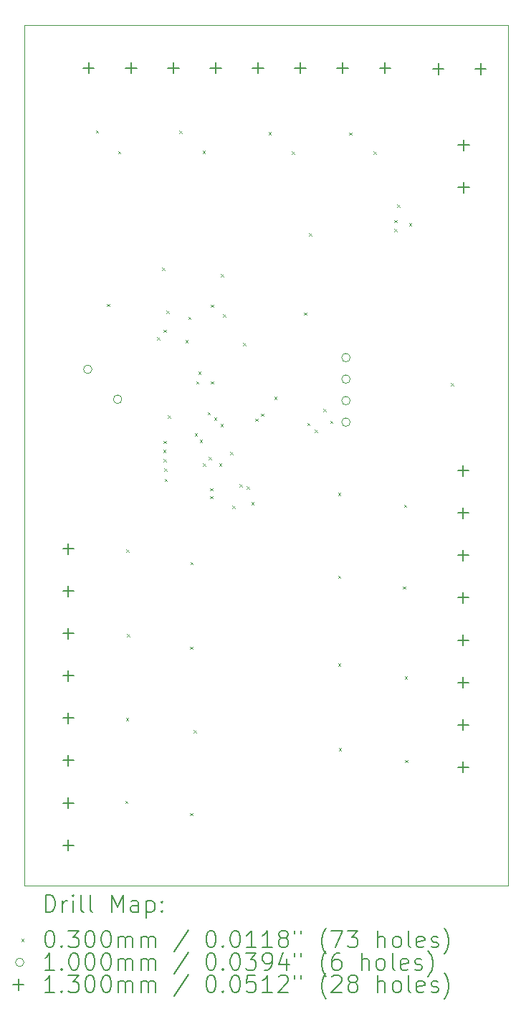
<source format=gbr>
%TF.GenerationSoftware,KiCad,Pcbnew,(6.0.7)*%
%TF.CreationDate,2023-04-24T09:07:53-07:00*%
%TF.ProjectId,OBC-Attempt-2,4f42432d-4174-4746-956d-70742d322e6b,rev?*%
%TF.SameCoordinates,Original*%
%TF.FileFunction,Drillmap*%
%TF.FilePolarity,Positive*%
%FSLAX45Y45*%
G04 Gerber Fmt 4.5, Leading zero omitted, Abs format (unit mm)*
G04 Created by KiCad (PCBNEW (6.0.7)) date 2023-04-24 09:07:53*
%MOMM*%
%LPD*%
G01*
G04 APERTURE LIST*
%ADD10C,0.100000*%
%ADD11C,0.200000*%
%ADD12C,0.030000*%
%ADD13C,0.130000*%
G04 APERTURE END LIST*
D10*
X2540000Y-2540000D02*
X8255000Y-2540000D01*
X8255000Y-2540000D02*
X8255000Y-12700000D01*
X8255000Y-12700000D02*
X2540000Y-12700000D01*
X2540000Y-12700000D02*
X2540000Y-2540000D01*
D11*
D12*
X3385920Y-3785000D02*
X3415920Y-3815000D01*
X3415920Y-3785000D02*
X3385920Y-3815000D01*
X3516340Y-5834040D02*
X3546340Y-5864040D01*
X3546340Y-5834040D02*
X3516340Y-5864040D01*
X3647540Y-4031380D02*
X3677540Y-4061380D01*
X3677540Y-4031380D02*
X3647540Y-4061380D01*
X3731340Y-11701040D02*
X3761340Y-11731040D01*
X3761340Y-11701040D02*
X3731340Y-11731040D01*
X3739340Y-10724040D02*
X3769340Y-10754040D01*
X3769340Y-10724040D02*
X3739340Y-10754040D01*
X3743340Y-8736040D02*
X3773340Y-8766040D01*
X3773340Y-8736040D02*
X3743340Y-8766040D01*
X3751340Y-9735040D02*
X3781340Y-9765040D01*
X3781340Y-9735040D02*
X3751340Y-9765040D01*
X4110000Y-6229000D02*
X4140000Y-6259000D01*
X4140000Y-6229000D02*
X4110000Y-6259000D01*
X4167900Y-5406240D02*
X4197900Y-5436240D01*
X4197900Y-5406240D02*
X4167900Y-5436240D01*
X4180660Y-7558980D02*
X4210660Y-7588980D01*
X4210660Y-7558980D02*
X4180660Y-7588980D01*
X4183160Y-7668980D02*
X4213160Y-7698980D01*
X4213160Y-7668980D02*
X4183160Y-7698980D01*
X4185660Y-7451480D02*
X4215660Y-7481480D01*
X4215660Y-7451480D02*
X4185660Y-7481480D01*
X4185680Y-6137760D02*
X4215680Y-6167760D01*
X4215680Y-6137760D02*
X4185680Y-6167760D01*
X4190660Y-7778980D02*
X4220660Y-7808980D01*
X4220660Y-7778980D02*
X4190660Y-7808980D01*
X4195660Y-7901480D02*
X4225660Y-7931480D01*
X4225660Y-7901480D02*
X4195660Y-7931480D01*
X4218700Y-5916780D02*
X4248700Y-5946780D01*
X4248700Y-5916780D02*
X4218700Y-5946780D01*
X4233160Y-7151480D02*
X4263160Y-7181480D01*
X4263160Y-7151480D02*
X4233160Y-7181480D01*
X4371440Y-3790080D02*
X4401440Y-3820080D01*
X4401440Y-3790080D02*
X4371440Y-3820080D01*
X4442220Y-6262220D02*
X4472220Y-6292220D01*
X4472220Y-6262220D02*
X4442220Y-6292220D01*
X4475240Y-5987900D02*
X4505240Y-6017900D01*
X4505240Y-5987900D02*
X4475240Y-6017900D01*
X4496340Y-9880040D02*
X4526340Y-9910040D01*
X4526340Y-9880040D02*
X4496340Y-9910040D01*
X4498340Y-11847040D02*
X4528340Y-11877040D01*
X4528340Y-11847040D02*
X4498340Y-11877040D01*
X4502340Y-8883040D02*
X4532340Y-8913040D01*
X4532340Y-8883040D02*
X4502340Y-8913040D01*
X4538340Y-10867040D02*
X4568340Y-10897040D01*
X4568340Y-10867040D02*
X4538340Y-10897040D01*
X4553310Y-7363980D02*
X4583310Y-7393980D01*
X4583310Y-7363980D02*
X4553310Y-7393980D01*
X4570340Y-6749040D02*
X4600340Y-6779040D01*
X4600340Y-6749040D02*
X4570340Y-6779040D01*
X4595916Y-6634519D02*
X4625916Y-6664519D01*
X4625916Y-6634519D02*
X4595916Y-6664519D01*
X4613160Y-7438980D02*
X4643160Y-7468980D01*
X4643160Y-7438980D02*
X4613160Y-7468980D01*
X4645760Y-4026300D02*
X4675760Y-4056300D01*
X4675760Y-4026300D02*
X4645760Y-4056300D01*
X4648160Y-7716480D02*
X4678160Y-7746480D01*
X4678160Y-7716480D02*
X4648160Y-7746480D01*
X4703160Y-7111480D02*
X4733160Y-7141480D01*
X4733160Y-7111480D02*
X4703160Y-7141480D01*
X4715660Y-7641480D02*
X4745660Y-7671480D01*
X4745660Y-7641480D02*
X4715660Y-7671480D01*
X4733160Y-8008830D02*
X4763160Y-8038830D01*
X4763160Y-8008830D02*
X4733160Y-8038830D01*
X4733160Y-8103980D02*
X4763160Y-8133980D01*
X4763160Y-8103980D02*
X4733160Y-8133980D01*
X4741340Y-6750040D02*
X4771340Y-6780040D01*
X4771340Y-6750040D02*
X4741340Y-6780040D01*
X4741940Y-5843120D02*
X4771940Y-5873120D01*
X4771940Y-5843120D02*
X4741940Y-5873120D01*
X4780660Y-7176480D02*
X4810660Y-7206480D01*
X4810660Y-7176480D02*
X4780660Y-7206480D01*
X4840660Y-7718980D02*
X4870660Y-7748980D01*
X4870660Y-7718980D02*
X4840660Y-7748980D01*
X4858160Y-7251480D02*
X4888160Y-7281480D01*
X4888160Y-7251480D02*
X4858160Y-7281480D01*
X4861320Y-5482440D02*
X4891320Y-5512440D01*
X4891320Y-5482440D02*
X4861320Y-5512440D01*
X4889260Y-5957420D02*
X4919260Y-5987420D01*
X4919260Y-5957420D02*
X4889260Y-5987420D01*
X4970660Y-7583980D02*
X5000660Y-7613980D01*
X5000660Y-7583980D02*
X4970660Y-7613980D01*
X4995660Y-8218980D02*
X5025660Y-8248980D01*
X5025660Y-8218980D02*
X4995660Y-8248980D01*
X5080660Y-7963980D02*
X5110660Y-7993980D01*
X5110660Y-7963980D02*
X5080660Y-7993980D01*
X5125420Y-6295180D02*
X5155420Y-6325180D01*
X5155420Y-6295180D02*
X5125420Y-6325180D01*
X5165208Y-7990358D02*
X5195208Y-8020358D01*
X5195208Y-7990358D02*
X5165208Y-8020358D01*
X5220660Y-8173980D02*
X5250660Y-8203980D01*
X5250660Y-8173980D02*
X5220660Y-8203980D01*
X5268160Y-7188980D02*
X5298160Y-7218980D01*
X5298160Y-7188980D02*
X5268160Y-7218980D01*
X5335660Y-7128980D02*
X5365660Y-7158980D01*
X5365660Y-7128980D02*
X5335660Y-7158980D01*
X5425540Y-3805320D02*
X5455540Y-3835320D01*
X5455540Y-3805320D02*
X5425540Y-3835320D01*
X5493720Y-6932720D02*
X5523720Y-6962720D01*
X5523720Y-6932720D02*
X5493720Y-6962720D01*
X5699860Y-4033920D02*
X5729860Y-4063920D01*
X5729860Y-4033920D02*
X5699860Y-4063920D01*
X5844300Y-5937100D02*
X5874300Y-5967100D01*
X5874300Y-5937100D02*
X5844300Y-5967100D01*
X5880660Y-7241480D02*
X5910660Y-7271480D01*
X5910660Y-7241480D02*
X5880660Y-7271480D01*
X5905000Y-5000000D02*
X5935000Y-5030000D01*
X5935000Y-5000000D02*
X5905000Y-5030000D01*
X5970660Y-7318980D02*
X6000660Y-7348980D01*
X6000660Y-7318980D02*
X5970660Y-7348980D01*
X6072340Y-7073040D02*
X6102340Y-7103040D01*
X6102340Y-7073040D02*
X6072340Y-7103040D01*
X6151340Y-7216040D02*
X6181340Y-7246040D01*
X6181340Y-7216040D02*
X6151340Y-7246040D01*
X6244340Y-10083040D02*
X6274340Y-10113040D01*
X6274340Y-10083040D02*
X6244340Y-10113040D01*
X6244340Y-8064040D02*
X6274340Y-8094040D01*
X6274340Y-8064040D02*
X6244340Y-8094040D01*
X6245340Y-9042040D02*
X6275340Y-9072040D01*
X6275340Y-9042040D02*
X6245340Y-9072040D01*
X6255340Y-11081040D02*
X6285340Y-11111040D01*
X6285340Y-11081040D02*
X6255340Y-11111040D01*
X6375500Y-3812940D02*
X6405500Y-3842940D01*
X6405500Y-3812940D02*
X6375500Y-3842940D01*
X6665060Y-4036460D02*
X6695060Y-4066460D01*
X6695060Y-4036460D02*
X6665060Y-4066460D01*
X6910000Y-4846000D02*
X6940000Y-4876000D01*
X6940000Y-4846000D02*
X6910000Y-4876000D01*
X6911000Y-4949000D02*
X6941000Y-4979000D01*
X6941000Y-4949000D02*
X6911000Y-4979000D01*
X6942560Y-4660840D02*
X6972560Y-4690840D01*
X6972560Y-4660840D02*
X6942560Y-4690840D01*
X7011340Y-9172040D02*
X7041340Y-9202040D01*
X7041340Y-9172040D02*
X7011340Y-9202040D01*
X7026340Y-8204040D02*
X7056340Y-8234040D01*
X7056340Y-8204040D02*
X7026340Y-8234040D01*
X7032340Y-10231040D02*
X7062340Y-10261040D01*
X7062340Y-10231040D02*
X7032340Y-10261040D01*
X7038340Y-11218040D02*
X7068340Y-11248040D01*
X7068340Y-11218040D02*
X7038340Y-11248040D01*
X7083000Y-4880000D02*
X7113000Y-4910000D01*
X7113000Y-4880000D02*
X7083000Y-4910000D01*
X7581660Y-6770220D02*
X7611660Y-6800220D01*
X7611660Y-6770220D02*
X7581660Y-6800220D01*
D10*
X3338147Y-6607147D02*
G75*
G03*
X3338147Y-6607147I-50000J0D01*
G01*
X3691701Y-6960701D02*
G75*
G03*
X3691701Y-6960701I-50000J0D01*
G01*
X6389360Y-6469260D02*
G75*
G03*
X6389360Y-6469260I-50000J0D01*
G01*
X6389360Y-6723260D02*
G75*
G03*
X6389360Y-6723260I-50000J0D01*
G01*
X6389360Y-6977260D02*
G75*
G03*
X6389360Y-6977260I-50000J0D01*
G01*
X6389360Y-7231260D02*
G75*
G03*
X6389360Y-7231260I-50000J0D01*
G01*
D13*
X3057840Y-8661040D02*
X3057840Y-8791040D01*
X2992840Y-8726040D02*
X3122840Y-8726040D01*
X3057840Y-9161040D02*
X3057840Y-9291040D01*
X2992840Y-9226040D02*
X3122840Y-9226040D01*
X3057840Y-9661040D02*
X3057840Y-9791040D01*
X2992840Y-9726040D02*
X3122840Y-9726040D01*
X3057840Y-10161040D02*
X3057840Y-10291040D01*
X2992840Y-10226040D02*
X3122840Y-10226040D01*
X3057840Y-10661040D02*
X3057840Y-10791040D01*
X2992840Y-10726040D02*
X3122840Y-10726040D01*
X3057840Y-11161040D02*
X3057840Y-11291040D01*
X2992840Y-11226040D02*
X3122840Y-11226040D01*
X3057840Y-11661040D02*
X3057840Y-11791040D01*
X2992840Y-11726040D02*
X3122840Y-11726040D01*
X3057840Y-12161040D02*
X3057840Y-12291040D01*
X2992840Y-12226040D02*
X3122840Y-12226040D01*
X3300000Y-2984500D02*
X3300000Y-3114500D01*
X3235000Y-3049500D02*
X3365000Y-3049500D01*
X3800000Y-2984500D02*
X3800000Y-3114500D01*
X3735000Y-3049500D02*
X3865000Y-3049500D01*
X4300000Y-2984500D02*
X4300000Y-3114500D01*
X4235000Y-3049500D02*
X4365000Y-3049500D01*
X4800000Y-2984500D02*
X4800000Y-3114500D01*
X4735000Y-3049500D02*
X4865000Y-3049500D01*
X5300000Y-2984500D02*
X5300000Y-3114500D01*
X5235000Y-3049500D02*
X5365000Y-3049500D01*
X5800000Y-2984500D02*
X5800000Y-3114500D01*
X5735000Y-3049500D02*
X5865000Y-3049500D01*
X6300000Y-2984500D02*
X6300000Y-3114500D01*
X6235000Y-3049500D02*
X6365000Y-3049500D01*
X6800000Y-2984500D02*
X6800000Y-3114500D01*
X6735000Y-3049500D02*
X6865000Y-3049500D01*
X7430000Y-2995000D02*
X7430000Y-3125000D01*
X7365000Y-3060000D02*
X7495000Y-3060000D01*
X7724340Y-7739040D02*
X7724340Y-7869040D01*
X7659340Y-7804040D02*
X7789340Y-7804040D01*
X7724340Y-8239040D02*
X7724340Y-8369040D01*
X7659340Y-8304040D02*
X7789340Y-8304040D01*
X7724340Y-8739040D02*
X7724340Y-8869040D01*
X7659340Y-8804040D02*
X7789340Y-8804040D01*
X7724340Y-9239040D02*
X7724340Y-9369040D01*
X7659340Y-9304040D02*
X7789340Y-9304040D01*
X7724340Y-9739040D02*
X7724340Y-9869040D01*
X7659340Y-9804040D02*
X7789340Y-9804040D01*
X7724340Y-10239040D02*
X7724340Y-10369040D01*
X7659340Y-10304040D02*
X7789340Y-10304040D01*
X7724340Y-10739040D02*
X7724340Y-10869040D01*
X7659340Y-10804040D02*
X7789340Y-10804040D01*
X7724340Y-11239040D02*
X7724340Y-11369040D01*
X7659340Y-11304040D02*
X7789340Y-11304040D01*
X7730500Y-3895000D02*
X7730500Y-4025000D01*
X7665500Y-3960000D02*
X7795500Y-3960000D01*
X7730500Y-4395000D02*
X7730500Y-4525000D01*
X7665500Y-4460000D02*
X7795500Y-4460000D01*
X7930000Y-2995000D02*
X7930000Y-3125000D01*
X7865000Y-3060000D02*
X7995000Y-3060000D01*
D11*
X2792619Y-13015476D02*
X2792619Y-12815476D01*
X2840238Y-12815476D01*
X2868809Y-12825000D01*
X2887857Y-12844048D01*
X2897381Y-12863095D01*
X2906905Y-12901190D01*
X2906905Y-12929762D01*
X2897381Y-12967857D01*
X2887857Y-12986905D01*
X2868809Y-13005952D01*
X2840238Y-13015476D01*
X2792619Y-13015476D01*
X2992619Y-13015476D02*
X2992619Y-12882143D01*
X2992619Y-12920238D02*
X3002143Y-12901190D01*
X3011667Y-12891667D01*
X3030714Y-12882143D01*
X3049762Y-12882143D01*
X3116428Y-13015476D02*
X3116428Y-12882143D01*
X3116428Y-12815476D02*
X3106905Y-12825000D01*
X3116428Y-12834524D01*
X3125952Y-12825000D01*
X3116428Y-12815476D01*
X3116428Y-12834524D01*
X3240238Y-13015476D02*
X3221190Y-13005952D01*
X3211667Y-12986905D01*
X3211667Y-12815476D01*
X3345000Y-13015476D02*
X3325952Y-13005952D01*
X3316428Y-12986905D01*
X3316428Y-12815476D01*
X3573571Y-13015476D02*
X3573571Y-12815476D01*
X3640238Y-12958333D01*
X3706905Y-12815476D01*
X3706905Y-13015476D01*
X3887857Y-13015476D02*
X3887857Y-12910714D01*
X3878333Y-12891667D01*
X3859286Y-12882143D01*
X3821190Y-12882143D01*
X3802143Y-12891667D01*
X3887857Y-13005952D02*
X3868809Y-13015476D01*
X3821190Y-13015476D01*
X3802143Y-13005952D01*
X3792619Y-12986905D01*
X3792619Y-12967857D01*
X3802143Y-12948809D01*
X3821190Y-12939286D01*
X3868809Y-12939286D01*
X3887857Y-12929762D01*
X3983095Y-12882143D02*
X3983095Y-13082143D01*
X3983095Y-12891667D02*
X4002143Y-12882143D01*
X4040238Y-12882143D01*
X4059286Y-12891667D01*
X4068809Y-12901190D01*
X4078333Y-12920238D01*
X4078333Y-12977381D01*
X4068809Y-12996428D01*
X4059286Y-13005952D01*
X4040238Y-13015476D01*
X4002143Y-13015476D01*
X3983095Y-13005952D01*
X4164048Y-12996428D02*
X4173571Y-13005952D01*
X4164048Y-13015476D01*
X4154524Y-13005952D01*
X4164048Y-12996428D01*
X4164048Y-13015476D01*
X4164048Y-12891667D02*
X4173571Y-12901190D01*
X4164048Y-12910714D01*
X4154524Y-12901190D01*
X4164048Y-12891667D01*
X4164048Y-12910714D01*
D12*
X2505000Y-13330000D02*
X2535000Y-13360000D01*
X2535000Y-13330000D02*
X2505000Y-13360000D01*
D11*
X2830714Y-13235476D02*
X2849762Y-13235476D01*
X2868809Y-13245000D01*
X2878333Y-13254524D01*
X2887857Y-13273571D01*
X2897381Y-13311667D01*
X2897381Y-13359286D01*
X2887857Y-13397381D01*
X2878333Y-13416428D01*
X2868809Y-13425952D01*
X2849762Y-13435476D01*
X2830714Y-13435476D01*
X2811667Y-13425952D01*
X2802143Y-13416428D01*
X2792619Y-13397381D01*
X2783095Y-13359286D01*
X2783095Y-13311667D01*
X2792619Y-13273571D01*
X2802143Y-13254524D01*
X2811667Y-13245000D01*
X2830714Y-13235476D01*
X2983095Y-13416428D02*
X2992619Y-13425952D01*
X2983095Y-13435476D01*
X2973571Y-13425952D01*
X2983095Y-13416428D01*
X2983095Y-13435476D01*
X3059286Y-13235476D02*
X3183095Y-13235476D01*
X3116428Y-13311667D01*
X3145000Y-13311667D01*
X3164048Y-13321190D01*
X3173571Y-13330714D01*
X3183095Y-13349762D01*
X3183095Y-13397381D01*
X3173571Y-13416428D01*
X3164048Y-13425952D01*
X3145000Y-13435476D01*
X3087857Y-13435476D01*
X3068809Y-13425952D01*
X3059286Y-13416428D01*
X3306905Y-13235476D02*
X3325952Y-13235476D01*
X3345000Y-13245000D01*
X3354524Y-13254524D01*
X3364048Y-13273571D01*
X3373571Y-13311667D01*
X3373571Y-13359286D01*
X3364048Y-13397381D01*
X3354524Y-13416428D01*
X3345000Y-13425952D01*
X3325952Y-13435476D01*
X3306905Y-13435476D01*
X3287857Y-13425952D01*
X3278333Y-13416428D01*
X3268809Y-13397381D01*
X3259286Y-13359286D01*
X3259286Y-13311667D01*
X3268809Y-13273571D01*
X3278333Y-13254524D01*
X3287857Y-13245000D01*
X3306905Y-13235476D01*
X3497381Y-13235476D02*
X3516428Y-13235476D01*
X3535476Y-13245000D01*
X3545000Y-13254524D01*
X3554524Y-13273571D01*
X3564048Y-13311667D01*
X3564048Y-13359286D01*
X3554524Y-13397381D01*
X3545000Y-13416428D01*
X3535476Y-13425952D01*
X3516428Y-13435476D01*
X3497381Y-13435476D01*
X3478333Y-13425952D01*
X3468809Y-13416428D01*
X3459286Y-13397381D01*
X3449762Y-13359286D01*
X3449762Y-13311667D01*
X3459286Y-13273571D01*
X3468809Y-13254524D01*
X3478333Y-13245000D01*
X3497381Y-13235476D01*
X3649762Y-13435476D02*
X3649762Y-13302143D01*
X3649762Y-13321190D02*
X3659286Y-13311667D01*
X3678333Y-13302143D01*
X3706905Y-13302143D01*
X3725952Y-13311667D01*
X3735476Y-13330714D01*
X3735476Y-13435476D01*
X3735476Y-13330714D02*
X3745000Y-13311667D01*
X3764048Y-13302143D01*
X3792619Y-13302143D01*
X3811667Y-13311667D01*
X3821190Y-13330714D01*
X3821190Y-13435476D01*
X3916428Y-13435476D02*
X3916428Y-13302143D01*
X3916428Y-13321190D02*
X3925952Y-13311667D01*
X3945000Y-13302143D01*
X3973571Y-13302143D01*
X3992619Y-13311667D01*
X4002143Y-13330714D01*
X4002143Y-13435476D01*
X4002143Y-13330714D02*
X4011667Y-13311667D01*
X4030714Y-13302143D01*
X4059286Y-13302143D01*
X4078333Y-13311667D01*
X4087857Y-13330714D01*
X4087857Y-13435476D01*
X4478333Y-13225952D02*
X4306905Y-13483095D01*
X4735476Y-13235476D02*
X4754524Y-13235476D01*
X4773571Y-13245000D01*
X4783095Y-13254524D01*
X4792619Y-13273571D01*
X4802143Y-13311667D01*
X4802143Y-13359286D01*
X4792619Y-13397381D01*
X4783095Y-13416428D01*
X4773571Y-13425952D01*
X4754524Y-13435476D01*
X4735476Y-13435476D01*
X4716429Y-13425952D01*
X4706905Y-13416428D01*
X4697381Y-13397381D01*
X4687857Y-13359286D01*
X4687857Y-13311667D01*
X4697381Y-13273571D01*
X4706905Y-13254524D01*
X4716429Y-13245000D01*
X4735476Y-13235476D01*
X4887857Y-13416428D02*
X4897381Y-13425952D01*
X4887857Y-13435476D01*
X4878333Y-13425952D01*
X4887857Y-13416428D01*
X4887857Y-13435476D01*
X5021190Y-13235476D02*
X5040238Y-13235476D01*
X5059286Y-13245000D01*
X5068810Y-13254524D01*
X5078333Y-13273571D01*
X5087857Y-13311667D01*
X5087857Y-13359286D01*
X5078333Y-13397381D01*
X5068810Y-13416428D01*
X5059286Y-13425952D01*
X5040238Y-13435476D01*
X5021190Y-13435476D01*
X5002143Y-13425952D01*
X4992619Y-13416428D01*
X4983095Y-13397381D01*
X4973571Y-13359286D01*
X4973571Y-13311667D01*
X4983095Y-13273571D01*
X4992619Y-13254524D01*
X5002143Y-13245000D01*
X5021190Y-13235476D01*
X5278333Y-13435476D02*
X5164048Y-13435476D01*
X5221190Y-13435476D02*
X5221190Y-13235476D01*
X5202143Y-13264048D01*
X5183095Y-13283095D01*
X5164048Y-13292619D01*
X5468810Y-13435476D02*
X5354524Y-13435476D01*
X5411667Y-13435476D02*
X5411667Y-13235476D01*
X5392619Y-13264048D01*
X5373571Y-13283095D01*
X5354524Y-13292619D01*
X5583095Y-13321190D02*
X5564048Y-13311667D01*
X5554524Y-13302143D01*
X5545000Y-13283095D01*
X5545000Y-13273571D01*
X5554524Y-13254524D01*
X5564048Y-13245000D01*
X5583095Y-13235476D01*
X5621190Y-13235476D01*
X5640238Y-13245000D01*
X5649762Y-13254524D01*
X5659286Y-13273571D01*
X5659286Y-13283095D01*
X5649762Y-13302143D01*
X5640238Y-13311667D01*
X5621190Y-13321190D01*
X5583095Y-13321190D01*
X5564048Y-13330714D01*
X5554524Y-13340238D01*
X5545000Y-13359286D01*
X5545000Y-13397381D01*
X5554524Y-13416428D01*
X5564048Y-13425952D01*
X5583095Y-13435476D01*
X5621190Y-13435476D01*
X5640238Y-13425952D01*
X5649762Y-13416428D01*
X5659286Y-13397381D01*
X5659286Y-13359286D01*
X5649762Y-13340238D01*
X5640238Y-13330714D01*
X5621190Y-13321190D01*
X5735476Y-13235476D02*
X5735476Y-13273571D01*
X5811667Y-13235476D02*
X5811667Y-13273571D01*
X6106905Y-13511667D02*
X6097381Y-13502143D01*
X6078333Y-13473571D01*
X6068809Y-13454524D01*
X6059286Y-13425952D01*
X6049762Y-13378333D01*
X6049762Y-13340238D01*
X6059286Y-13292619D01*
X6068809Y-13264048D01*
X6078333Y-13245000D01*
X6097381Y-13216428D01*
X6106905Y-13206905D01*
X6164048Y-13235476D02*
X6297381Y-13235476D01*
X6211667Y-13435476D01*
X6354524Y-13235476D02*
X6478333Y-13235476D01*
X6411667Y-13311667D01*
X6440238Y-13311667D01*
X6459286Y-13321190D01*
X6468809Y-13330714D01*
X6478333Y-13349762D01*
X6478333Y-13397381D01*
X6468809Y-13416428D01*
X6459286Y-13425952D01*
X6440238Y-13435476D01*
X6383095Y-13435476D01*
X6364048Y-13425952D01*
X6354524Y-13416428D01*
X6716428Y-13435476D02*
X6716428Y-13235476D01*
X6802143Y-13435476D02*
X6802143Y-13330714D01*
X6792619Y-13311667D01*
X6773571Y-13302143D01*
X6745000Y-13302143D01*
X6725952Y-13311667D01*
X6716428Y-13321190D01*
X6925952Y-13435476D02*
X6906905Y-13425952D01*
X6897381Y-13416428D01*
X6887857Y-13397381D01*
X6887857Y-13340238D01*
X6897381Y-13321190D01*
X6906905Y-13311667D01*
X6925952Y-13302143D01*
X6954524Y-13302143D01*
X6973571Y-13311667D01*
X6983095Y-13321190D01*
X6992619Y-13340238D01*
X6992619Y-13397381D01*
X6983095Y-13416428D01*
X6973571Y-13425952D01*
X6954524Y-13435476D01*
X6925952Y-13435476D01*
X7106905Y-13435476D02*
X7087857Y-13425952D01*
X7078333Y-13406905D01*
X7078333Y-13235476D01*
X7259286Y-13425952D02*
X7240238Y-13435476D01*
X7202143Y-13435476D01*
X7183095Y-13425952D01*
X7173571Y-13406905D01*
X7173571Y-13330714D01*
X7183095Y-13311667D01*
X7202143Y-13302143D01*
X7240238Y-13302143D01*
X7259286Y-13311667D01*
X7268809Y-13330714D01*
X7268809Y-13349762D01*
X7173571Y-13368809D01*
X7345000Y-13425952D02*
X7364048Y-13435476D01*
X7402143Y-13435476D01*
X7421190Y-13425952D01*
X7430714Y-13406905D01*
X7430714Y-13397381D01*
X7421190Y-13378333D01*
X7402143Y-13368809D01*
X7373571Y-13368809D01*
X7354524Y-13359286D01*
X7345000Y-13340238D01*
X7345000Y-13330714D01*
X7354524Y-13311667D01*
X7373571Y-13302143D01*
X7402143Y-13302143D01*
X7421190Y-13311667D01*
X7497381Y-13511667D02*
X7506905Y-13502143D01*
X7525952Y-13473571D01*
X7535476Y-13454524D01*
X7545000Y-13425952D01*
X7554524Y-13378333D01*
X7554524Y-13340238D01*
X7545000Y-13292619D01*
X7535476Y-13264048D01*
X7525952Y-13245000D01*
X7506905Y-13216428D01*
X7497381Y-13206905D01*
D10*
X2535000Y-13609000D02*
G75*
G03*
X2535000Y-13609000I-50000J0D01*
G01*
D11*
X2897381Y-13699476D02*
X2783095Y-13699476D01*
X2840238Y-13699476D02*
X2840238Y-13499476D01*
X2821190Y-13528048D01*
X2802143Y-13547095D01*
X2783095Y-13556619D01*
X2983095Y-13680428D02*
X2992619Y-13689952D01*
X2983095Y-13699476D01*
X2973571Y-13689952D01*
X2983095Y-13680428D01*
X2983095Y-13699476D01*
X3116428Y-13499476D02*
X3135476Y-13499476D01*
X3154524Y-13509000D01*
X3164048Y-13518524D01*
X3173571Y-13537571D01*
X3183095Y-13575667D01*
X3183095Y-13623286D01*
X3173571Y-13661381D01*
X3164048Y-13680428D01*
X3154524Y-13689952D01*
X3135476Y-13699476D01*
X3116428Y-13699476D01*
X3097381Y-13689952D01*
X3087857Y-13680428D01*
X3078333Y-13661381D01*
X3068809Y-13623286D01*
X3068809Y-13575667D01*
X3078333Y-13537571D01*
X3087857Y-13518524D01*
X3097381Y-13509000D01*
X3116428Y-13499476D01*
X3306905Y-13499476D02*
X3325952Y-13499476D01*
X3345000Y-13509000D01*
X3354524Y-13518524D01*
X3364048Y-13537571D01*
X3373571Y-13575667D01*
X3373571Y-13623286D01*
X3364048Y-13661381D01*
X3354524Y-13680428D01*
X3345000Y-13689952D01*
X3325952Y-13699476D01*
X3306905Y-13699476D01*
X3287857Y-13689952D01*
X3278333Y-13680428D01*
X3268809Y-13661381D01*
X3259286Y-13623286D01*
X3259286Y-13575667D01*
X3268809Y-13537571D01*
X3278333Y-13518524D01*
X3287857Y-13509000D01*
X3306905Y-13499476D01*
X3497381Y-13499476D02*
X3516428Y-13499476D01*
X3535476Y-13509000D01*
X3545000Y-13518524D01*
X3554524Y-13537571D01*
X3564048Y-13575667D01*
X3564048Y-13623286D01*
X3554524Y-13661381D01*
X3545000Y-13680428D01*
X3535476Y-13689952D01*
X3516428Y-13699476D01*
X3497381Y-13699476D01*
X3478333Y-13689952D01*
X3468809Y-13680428D01*
X3459286Y-13661381D01*
X3449762Y-13623286D01*
X3449762Y-13575667D01*
X3459286Y-13537571D01*
X3468809Y-13518524D01*
X3478333Y-13509000D01*
X3497381Y-13499476D01*
X3649762Y-13699476D02*
X3649762Y-13566143D01*
X3649762Y-13585190D02*
X3659286Y-13575667D01*
X3678333Y-13566143D01*
X3706905Y-13566143D01*
X3725952Y-13575667D01*
X3735476Y-13594714D01*
X3735476Y-13699476D01*
X3735476Y-13594714D02*
X3745000Y-13575667D01*
X3764048Y-13566143D01*
X3792619Y-13566143D01*
X3811667Y-13575667D01*
X3821190Y-13594714D01*
X3821190Y-13699476D01*
X3916428Y-13699476D02*
X3916428Y-13566143D01*
X3916428Y-13585190D02*
X3925952Y-13575667D01*
X3945000Y-13566143D01*
X3973571Y-13566143D01*
X3992619Y-13575667D01*
X4002143Y-13594714D01*
X4002143Y-13699476D01*
X4002143Y-13594714D02*
X4011667Y-13575667D01*
X4030714Y-13566143D01*
X4059286Y-13566143D01*
X4078333Y-13575667D01*
X4087857Y-13594714D01*
X4087857Y-13699476D01*
X4478333Y-13489952D02*
X4306905Y-13747095D01*
X4735476Y-13499476D02*
X4754524Y-13499476D01*
X4773571Y-13509000D01*
X4783095Y-13518524D01*
X4792619Y-13537571D01*
X4802143Y-13575667D01*
X4802143Y-13623286D01*
X4792619Y-13661381D01*
X4783095Y-13680428D01*
X4773571Y-13689952D01*
X4754524Y-13699476D01*
X4735476Y-13699476D01*
X4716429Y-13689952D01*
X4706905Y-13680428D01*
X4697381Y-13661381D01*
X4687857Y-13623286D01*
X4687857Y-13575667D01*
X4697381Y-13537571D01*
X4706905Y-13518524D01*
X4716429Y-13509000D01*
X4735476Y-13499476D01*
X4887857Y-13680428D02*
X4897381Y-13689952D01*
X4887857Y-13699476D01*
X4878333Y-13689952D01*
X4887857Y-13680428D01*
X4887857Y-13699476D01*
X5021190Y-13499476D02*
X5040238Y-13499476D01*
X5059286Y-13509000D01*
X5068810Y-13518524D01*
X5078333Y-13537571D01*
X5087857Y-13575667D01*
X5087857Y-13623286D01*
X5078333Y-13661381D01*
X5068810Y-13680428D01*
X5059286Y-13689952D01*
X5040238Y-13699476D01*
X5021190Y-13699476D01*
X5002143Y-13689952D01*
X4992619Y-13680428D01*
X4983095Y-13661381D01*
X4973571Y-13623286D01*
X4973571Y-13575667D01*
X4983095Y-13537571D01*
X4992619Y-13518524D01*
X5002143Y-13509000D01*
X5021190Y-13499476D01*
X5154524Y-13499476D02*
X5278333Y-13499476D01*
X5211667Y-13575667D01*
X5240238Y-13575667D01*
X5259286Y-13585190D01*
X5268810Y-13594714D01*
X5278333Y-13613762D01*
X5278333Y-13661381D01*
X5268810Y-13680428D01*
X5259286Y-13689952D01*
X5240238Y-13699476D01*
X5183095Y-13699476D01*
X5164048Y-13689952D01*
X5154524Y-13680428D01*
X5373571Y-13699476D02*
X5411667Y-13699476D01*
X5430714Y-13689952D01*
X5440238Y-13680428D01*
X5459286Y-13651857D01*
X5468810Y-13613762D01*
X5468810Y-13537571D01*
X5459286Y-13518524D01*
X5449762Y-13509000D01*
X5430714Y-13499476D01*
X5392619Y-13499476D01*
X5373571Y-13509000D01*
X5364048Y-13518524D01*
X5354524Y-13537571D01*
X5354524Y-13585190D01*
X5364048Y-13604238D01*
X5373571Y-13613762D01*
X5392619Y-13623286D01*
X5430714Y-13623286D01*
X5449762Y-13613762D01*
X5459286Y-13604238D01*
X5468810Y-13585190D01*
X5640238Y-13566143D02*
X5640238Y-13699476D01*
X5592619Y-13489952D02*
X5545000Y-13632809D01*
X5668809Y-13632809D01*
X5735476Y-13499476D02*
X5735476Y-13537571D01*
X5811667Y-13499476D02*
X5811667Y-13537571D01*
X6106905Y-13775667D02*
X6097381Y-13766143D01*
X6078333Y-13737571D01*
X6068809Y-13718524D01*
X6059286Y-13689952D01*
X6049762Y-13642333D01*
X6049762Y-13604238D01*
X6059286Y-13556619D01*
X6068809Y-13528048D01*
X6078333Y-13509000D01*
X6097381Y-13480428D01*
X6106905Y-13470905D01*
X6268809Y-13499476D02*
X6230714Y-13499476D01*
X6211667Y-13509000D01*
X6202143Y-13518524D01*
X6183095Y-13547095D01*
X6173571Y-13585190D01*
X6173571Y-13661381D01*
X6183095Y-13680428D01*
X6192619Y-13689952D01*
X6211667Y-13699476D01*
X6249762Y-13699476D01*
X6268809Y-13689952D01*
X6278333Y-13680428D01*
X6287857Y-13661381D01*
X6287857Y-13613762D01*
X6278333Y-13594714D01*
X6268809Y-13585190D01*
X6249762Y-13575667D01*
X6211667Y-13575667D01*
X6192619Y-13585190D01*
X6183095Y-13594714D01*
X6173571Y-13613762D01*
X6525952Y-13699476D02*
X6525952Y-13499476D01*
X6611667Y-13699476D02*
X6611667Y-13594714D01*
X6602143Y-13575667D01*
X6583095Y-13566143D01*
X6554524Y-13566143D01*
X6535476Y-13575667D01*
X6525952Y-13585190D01*
X6735476Y-13699476D02*
X6716428Y-13689952D01*
X6706905Y-13680428D01*
X6697381Y-13661381D01*
X6697381Y-13604238D01*
X6706905Y-13585190D01*
X6716428Y-13575667D01*
X6735476Y-13566143D01*
X6764048Y-13566143D01*
X6783095Y-13575667D01*
X6792619Y-13585190D01*
X6802143Y-13604238D01*
X6802143Y-13661381D01*
X6792619Y-13680428D01*
X6783095Y-13689952D01*
X6764048Y-13699476D01*
X6735476Y-13699476D01*
X6916428Y-13699476D02*
X6897381Y-13689952D01*
X6887857Y-13670905D01*
X6887857Y-13499476D01*
X7068809Y-13689952D02*
X7049762Y-13699476D01*
X7011667Y-13699476D01*
X6992619Y-13689952D01*
X6983095Y-13670905D01*
X6983095Y-13594714D01*
X6992619Y-13575667D01*
X7011667Y-13566143D01*
X7049762Y-13566143D01*
X7068809Y-13575667D01*
X7078333Y-13594714D01*
X7078333Y-13613762D01*
X6983095Y-13632809D01*
X7154524Y-13689952D02*
X7173571Y-13699476D01*
X7211667Y-13699476D01*
X7230714Y-13689952D01*
X7240238Y-13670905D01*
X7240238Y-13661381D01*
X7230714Y-13642333D01*
X7211667Y-13632809D01*
X7183095Y-13632809D01*
X7164048Y-13623286D01*
X7154524Y-13604238D01*
X7154524Y-13594714D01*
X7164048Y-13575667D01*
X7183095Y-13566143D01*
X7211667Y-13566143D01*
X7230714Y-13575667D01*
X7306905Y-13775667D02*
X7316428Y-13766143D01*
X7335476Y-13737571D01*
X7345000Y-13718524D01*
X7354524Y-13689952D01*
X7364048Y-13642333D01*
X7364048Y-13604238D01*
X7354524Y-13556619D01*
X7345000Y-13528048D01*
X7335476Y-13509000D01*
X7316428Y-13480428D01*
X7306905Y-13470905D01*
D13*
X2470000Y-13808000D02*
X2470000Y-13938000D01*
X2405000Y-13873000D02*
X2535000Y-13873000D01*
D11*
X2897381Y-13963476D02*
X2783095Y-13963476D01*
X2840238Y-13963476D02*
X2840238Y-13763476D01*
X2821190Y-13792048D01*
X2802143Y-13811095D01*
X2783095Y-13820619D01*
X2983095Y-13944428D02*
X2992619Y-13953952D01*
X2983095Y-13963476D01*
X2973571Y-13953952D01*
X2983095Y-13944428D01*
X2983095Y-13963476D01*
X3059286Y-13763476D02*
X3183095Y-13763476D01*
X3116428Y-13839667D01*
X3145000Y-13839667D01*
X3164048Y-13849190D01*
X3173571Y-13858714D01*
X3183095Y-13877762D01*
X3183095Y-13925381D01*
X3173571Y-13944428D01*
X3164048Y-13953952D01*
X3145000Y-13963476D01*
X3087857Y-13963476D01*
X3068809Y-13953952D01*
X3059286Y-13944428D01*
X3306905Y-13763476D02*
X3325952Y-13763476D01*
X3345000Y-13773000D01*
X3354524Y-13782524D01*
X3364048Y-13801571D01*
X3373571Y-13839667D01*
X3373571Y-13887286D01*
X3364048Y-13925381D01*
X3354524Y-13944428D01*
X3345000Y-13953952D01*
X3325952Y-13963476D01*
X3306905Y-13963476D01*
X3287857Y-13953952D01*
X3278333Y-13944428D01*
X3268809Y-13925381D01*
X3259286Y-13887286D01*
X3259286Y-13839667D01*
X3268809Y-13801571D01*
X3278333Y-13782524D01*
X3287857Y-13773000D01*
X3306905Y-13763476D01*
X3497381Y-13763476D02*
X3516428Y-13763476D01*
X3535476Y-13773000D01*
X3545000Y-13782524D01*
X3554524Y-13801571D01*
X3564048Y-13839667D01*
X3564048Y-13887286D01*
X3554524Y-13925381D01*
X3545000Y-13944428D01*
X3535476Y-13953952D01*
X3516428Y-13963476D01*
X3497381Y-13963476D01*
X3478333Y-13953952D01*
X3468809Y-13944428D01*
X3459286Y-13925381D01*
X3449762Y-13887286D01*
X3449762Y-13839667D01*
X3459286Y-13801571D01*
X3468809Y-13782524D01*
X3478333Y-13773000D01*
X3497381Y-13763476D01*
X3649762Y-13963476D02*
X3649762Y-13830143D01*
X3649762Y-13849190D02*
X3659286Y-13839667D01*
X3678333Y-13830143D01*
X3706905Y-13830143D01*
X3725952Y-13839667D01*
X3735476Y-13858714D01*
X3735476Y-13963476D01*
X3735476Y-13858714D02*
X3745000Y-13839667D01*
X3764048Y-13830143D01*
X3792619Y-13830143D01*
X3811667Y-13839667D01*
X3821190Y-13858714D01*
X3821190Y-13963476D01*
X3916428Y-13963476D02*
X3916428Y-13830143D01*
X3916428Y-13849190D02*
X3925952Y-13839667D01*
X3945000Y-13830143D01*
X3973571Y-13830143D01*
X3992619Y-13839667D01*
X4002143Y-13858714D01*
X4002143Y-13963476D01*
X4002143Y-13858714D02*
X4011667Y-13839667D01*
X4030714Y-13830143D01*
X4059286Y-13830143D01*
X4078333Y-13839667D01*
X4087857Y-13858714D01*
X4087857Y-13963476D01*
X4478333Y-13753952D02*
X4306905Y-14011095D01*
X4735476Y-13763476D02*
X4754524Y-13763476D01*
X4773571Y-13773000D01*
X4783095Y-13782524D01*
X4792619Y-13801571D01*
X4802143Y-13839667D01*
X4802143Y-13887286D01*
X4792619Y-13925381D01*
X4783095Y-13944428D01*
X4773571Y-13953952D01*
X4754524Y-13963476D01*
X4735476Y-13963476D01*
X4716429Y-13953952D01*
X4706905Y-13944428D01*
X4697381Y-13925381D01*
X4687857Y-13887286D01*
X4687857Y-13839667D01*
X4697381Y-13801571D01*
X4706905Y-13782524D01*
X4716429Y-13773000D01*
X4735476Y-13763476D01*
X4887857Y-13944428D02*
X4897381Y-13953952D01*
X4887857Y-13963476D01*
X4878333Y-13953952D01*
X4887857Y-13944428D01*
X4887857Y-13963476D01*
X5021190Y-13763476D02*
X5040238Y-13763476D01*
X5059286Y-13773000D01*
X5068810Y-13782524D01*
X5078333Y-13801571D01*
X5087857Y-13839667D01*
X5087857Y-13887286D01*
X5078333Y-13925381D01*
X5068810Y-13944428D01*
X5059286Y-13953952D01*
X5040238Y-13963476D01*
X5021190Y-13963476D01*
X5002143Y-13953952D01*
X4992619Y-13944428D01*
X4983095Y-13925381D01*
X4973571Y-13887286D01*
X4973571Y-13839667D01*
X4983095Y-13801571D01*
X4992619Y-13782524D01*
X5002143Y-13773000D01*
X5021190Y-13763476D01*
X5268810Y-13763476D02*
X5173571Y-13763476D01*
X5164048Y-13858714D01*
X5173571Y-13849190D01*
X5192619Y-13839667D01*
X5240238Y-13839667D01*
X5259286Y-13849190D01*
X5268810Y-13858714D01*
X5278333Y-13877762D01*
X5278333Y-13925381D01*
X5268810Y-13944428D01*
X5259286Y-13953952D01*
X5240238Y-13963476D01*
X5192619Y-13963476D01*
X5173571Y-13953952D01*
X5164048Y-13944428D01*
X5468810Y-13963476D02*
X5354524Y-13963476D01*
X5411667Y-13963476D02*
X5411667Y-13763476D01*
X5392619Y-13792048D01*
X5373571Y-13811095D01*
X5354524Y-13820619D01*
X5545000Y-13782524D02*
X5554524Y-13773000D01*
X5573571Y-13763476D01*
X5621190Y-13763476D01*
X5640238Y-13773000D01*
X5649762Y-13782524D01*
X5659286Y-13801571D01*
X5659286Y-13820619D01*
X5649762Y-13849190D01*
X5535476Y-13963476D01*
X5659286Y-13963476D01*
X5735476Y-13763476D02*
X5735476Y-13801571D01*
X5811667Y-13763476D02*
X5811667Y-13801571D01*
X6106905Y-14039667D02*
X6097381Y-14030143D01*
X6078333Y-14001571D01*
X6068809Y-13982524D01*
X6059286Y-13953952D01*
X6049762Y-13906333D01*
X6049762Y-13868238D01*
X6059286Y-13820619D01*
X6068809Y-13792048D01*
X6078333Y-13773000D01*
X6097381Y-13744428D01*
X6106905Y-13734905D01*
X6173571Y-13782524D02*
X6183095Y-13773000D01*
X6202143Y-13763476D01*
X6249762Y-13763476D01*
X6268809Y-13773000D01*
X6278333Y-13782524D01*
X6287857Y-13801571D01*
X6287857Y-13820619D01*
X6278333Y-13849190D01*
X6164048Y-13963476D01*
X6287857Y-13963476D01*
X6402143Y-13849190D02*
X6383095Y-13839667D01*
X6373571Y-13830143D01*
X6364048Y-13811095D01*
X6364048Y-13801571D01*
X6373571Y-13782524D01*
X6383095Y-13773000D01*
X6402143Y-13763476D01*
X6440238Y-13763476D01*
X6459286Y-13773000D01*
X6468809Y-13782524D01*
X6478333Y-13801571D01*
X6478333Y-13811095D01*
X6468809Y-13830143D01*
X6459286Y-13839667D01*
X6440238Y-13849190D01*
X6402143Y-13849190D01*
X6383095Y-13858714D01*
X6373571Y-13868238D01*
X6364048Y-13887286D01*
X6364048Y-13925381D01*
X6373571Y-13944428D01*
X6383095Y-13953952D01*
X6402143Y-13963476D01*
X6440238Y-13963476D01*
X6459286Y-13953952D01*
X6468809Y-13944428D01*
X6478333Y-13925381D01*
X6478333Y-13887286D01*
X6468809Y-13868238D01*
X6459286Y-13858714D01*
X6440238Y-13849190D01*
X6716428Y-13963476D02*
X6716428Y-13763476D01*
X6802143Y-13963476D02*
X6802143Y-13858714D01*
X6792619Y-13839667D01*
X6773571Y-13830143D01*
X6745000Y-13830143D01*
X6725952Y-13839667D01*
X6716428Y-13849190D01*
X6925952Y-13963476D02*
X6906905Y-13953952D01*
X6897381Y-13944428D01*
X6887857Y-13925381D01*
X6887857Y-13868238D01*
X6897381Y-13849190D01*
X6906905Y-13839667D01*
X6925952Y-13830143D01*
X6954524Y-13830143D01*
X6973571Y-13839667D01*
X6983095Y-13849190D01*
X6992619Y-13868238D01*
X6992619Y-13925381D01*
X6983095Y-13944428D01*
X6973571Y-13953952D01*
X6954524Y-13963476D01*
X6925952Y-13963476D01*
X7106905Y-13963476D02*
X7087857Y-13953952D01*
X7078333Y-13934905D01*
X7078333Y-13763476D01*
X7259286Y-13953952D02*
X7240238Y-13963476D01*
X7202143Y-13963476D01*
X7183095Y-13953952D01*
X7173571Y-13934905D01*
X7173571Y-13858714D01*
X7183095Y-13839667D01*
X7202143Y-13830143D01*
X7240238Y-13830143D01*
X7259286Y-13839667D01*
X7268809Y-13858714D01*
X7268809Y-13877762D01*
X7173571Y-13896809D01*
X7345000Y-13953952D02*
X7364048Y-13963476D01*
X7402143Y-13963476D01*
X7421190Y-13953952D01*
X7430714Y-13934905D01*
X7430714Y-13925381D01*
X7421190Y-13906333D01*
X7402143Y-13896809D01*
X7373571Y-13896809D01*
X7354524Y-13887286D01*
X7345000Y-13868238D01*
X7345000Y-13858714D01*
X7354524Y-13839667D01*
X7373571Y-13830143D01*
X7402143Y-13830143D01*
X7421190Y-13839667D01*
X7497381Y-14039667D02*
X7506905Y-14030143D01*
X7525952Y-14001571D01*
X7535476Y-13982524D01*
X7545000Y-13953952D01*
X7554524Y-13906333D01*
X7554524Y-13868238D01*
X7545000Y-13820619D01*
X7535476Y-13792048D01*
X7525952Y-13773000D01*
X7506905Y-13744428D01*
X7497381Y-13734905D01*
M02*

</source>
